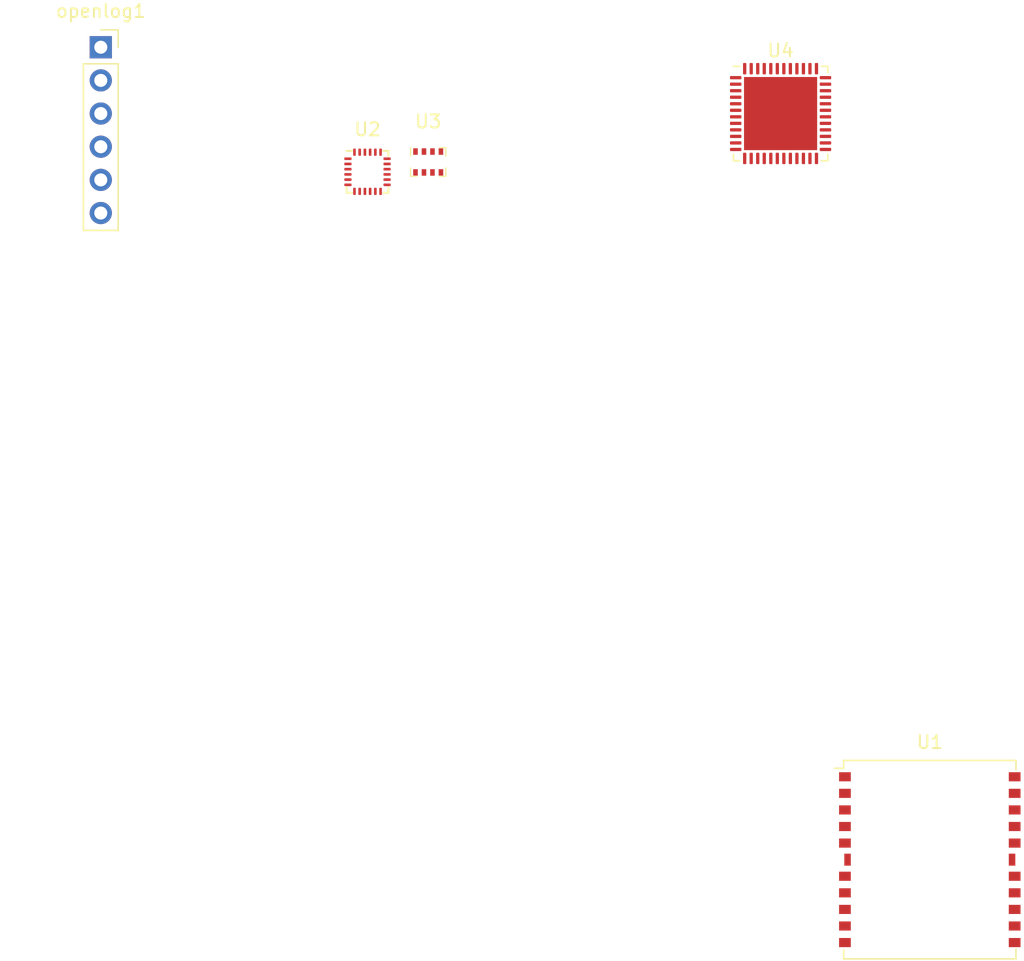
<source format=kicad_pcb>
(kicad_pcb (version 20171130) (host pcbnew "(5.1.10)-1")

  (general
    (thickness 1.6)
    (drawings 0)
    (tracks 0)
    (zones 0)
    (modules 5)
    (nets 81)
  )

  (page A4)
  (layers
    (0 F.Cu signal)
    (31 B.Cu signal)
    (32 B.Adhes user)
    (33 F.Adhes user)
    (34 B.Paste user)
    (35 F.Paste user)
    (36 B.SilkS user)
    (37 F.SilkS user)
    (38 B.Mask user)
    (39 F.Mask user)
    (40 Dwgs.User user)
    (41 Cmts.User user)
    (42 Eco1.User user)
    (43 Eco2.User user)
    (44 Edge.Cuts user)
    (45 Margin user)
    (46 B.CrtYd user)
    (47 F.CrtYd user)
    (48 B.Fab user)
    (49 F.Fab user)
  )

  (setup
    (last_trace_width 0.25)
    (trace_clearance 0.2)
    (zone_clearance 0.508)
    (zone_45_only no)
    (trace_min 0.2)
    (via_size 0.8)
    (via_drill 0.4)
    (via_min_size 0.4)
    (via_min_drill 0.3)
    (uvia_size 0.3)
    (uvia_drill 0.1)
    (uvias_allowed no)
    (uvia_min_size 0.2)
    (uvia_min_drill 0.1)
    (edge_width 0.05)
    (segment_width 0.2)
    (pcb_text_width 0.3)
    (pcb_text_size 1.5 1.5)
    (mod_edge_width 0.12)
    (mod_text_size 1 1)
    (mod_text_width 0.15)
    (pad_size 1.524 1.524)
    (pad_drill 0.762)
    (pad_to_mask_clearance 0)
    (aux_axis_origin 0 0)
    (visible_elements FFFFFF7F)
    (pcbplotparams
      (layerselection 0x010fc_ffffffff)
      (usegerberextensions false)
      (usegerberattributes true)
      (usegerberadvancedattributes true)
      (creategerberjobfile true)
      (excludeedgelayer true)
      (linewidth 0.100000)
      (plotframeref false)
      (viasonmask false)
      (mode 1)
      (useauxorigin false)
      (hpglpennumber 1)
      (hpglpenspeed 20)
      (hpglpendiameter 15.000000)
      (psnegative false)
      (psa4output false)
      (plotreference true)
      (plotvalue true)
      (plotinvisibletext false)
      (padsonsilk false)
      (subtractmaskfromsilk false)
      (outputformat 1)
      (mirror false)
      (drillshape 1)
      (scaleselection 1)
      (outputdirectory ""))
  )

  (net 0 "")
  (net 1 GND)
  (net 2 VCC)
  (net 3 "Net-(U4-Pad16)")
  (net 4 "Net-(U4-Pad17)")
  (net 5 "Net-(openlog1-Pad1)")
  (net 6 "Net-(U1-Pad11)")
  (net 7 "Net-(U1-Pad12)")
  (net 8 "Net-(U1-Pad13)")
  (net 9 "Net-(U1-Pad14)")
  (net 10 "Net-(U1-Pad15)")
  (net 11 "Net-(U1-Pad16)")
  (net 12 "Net-(U1-Pad19)")
  (net 13 "Net-(U1-Pad1)")
  (net 14 "Net-(U1-Pad2)")
  (net 15 "Net-(U1-Pad3)")
  (net 16 "Net-(U1-Pad4)")
  (net 17 "Net-(U1-Pad5)")
  (net 18 "Net-(U1-Pad6)")
  (net 19 "Net-(U1-Pad7)")
  (net 20 "Net-(U1-Pad8)")
  (net 21 "Net-(U1-Pad9)")
  (net 22 "Net-(U1-Pad10)")
  (net 23 "Net-(U2-Pad21)")
  (net 24 "Net-(U2-Pad23)")
  (net 25 "Net-(U2-Pad22)")
  (net 26 "Net-(U2-Pad20)")
  (net 27 +3V3)
  (net 28 "Net-(U2-Pad12)")
  (net 29 "Net-(U2-Pad11)")
  (net 30 "Net-(U2-Pad10)")
  (net 31 "Net-(U2-Pad9)")
  (net 32 "Net-(U2-Pad8)")
  (net 33 "Net-(U2-Pad1)")
  (net 34 "Net-(U3-Pad2)")
  (net 35 "Net-(U3-Pad7)")
  (net 36 "Net-(U3-Pad6)")
  (net 37 "Net-(U3-Pad5)")
  (net 38 "Net-(U3-Pad1)")
  (net 39 "Net-(U4-Pad48)")
  (net 40 "Net-(U4-Pad47)")
  (net 41 "Net-(U4-Pad44)")
  (net 42 "Net-(U4-Pad43)")
  (net 43 "Net-(U4-Pad42)")
  (net 44 "Net-(U4-Pad41)")
  (net 45 "Net-(U4-Pad40)")
  (net 46 "Net-(U4-Pad39)")
  (net 47 "Net-(U4-Pad38)")
  (net 48 "Net-(U4-Pad37)")
  (net 49 "Net-(U4-Pad36)")
  (net 50 "Net-(U4-Pad35)")
  (net 51 "Net-(U4-Pad34)")
  (net 52 "Net-(U4-Pad33)")
  (net 53 "Net-(U4-Pad32)")
  (net 54 "Net-(U4-Pad29)")
  (net 55 "Net-(U4-Pad28)")
  (net 56 "Net-(U4-Pad27)")
  (net 57 "Net-(U4-Pad26)")
  (net 58 "Net-(U4-Pad25)")
  (net 59 "Net-(U4-Pad24)")
  (net 60 "Net-(U4-Pad23)")
  (net 61 "Net-(U4-Pad22)")
  (net 62 "Net-(U4-Pad21)")
  (net 63 "Net-(U4-Pad20)")
  (net 64 "Net-(U4-Pad19)")
  (net 65 "Net-(U4-Pad18)")
  (net 66 "Net-(U4-Pad15)")
  (net 67 "Net-(U4-Pad14)")
  (net 68 "Net-(U4-Pad13)")
  (net 69 "Net-(U4-Pad12)")
  (net 70 "Net-(U4-Pad11)")
  (net 71 "Net-(U4-Pad10)")
  (net 72 "Net-(U4-Pad9)")
  (net 73 "Net-(U4-Pad8)")
  (net 74 "Net-(U4-Pad7)")
  (net 75 "Net-(U4-Pad6)")
  (net 76 "Net-(U4-Pad5)")
  (net 77 "Net-(U4-Pad4)")
  (net 78 "Net-(U4-Pad3)")
  (net 79 "Net-(U4-Pad2)")
  (net 80 "Net-(U4-Pad1)")

  (net_class Default "This is the default net class."
    (clearance 0.2)
    (trace_width 0.25)
    (via_dia 0.8)
    (via_drill 0.4)
    (uvia_dia 0.3)
    (uvia_drill 0.1)
    (add_net +3V3)
    (add_net GND)
    (add_net "Net-(U1-Pad1)")
    (add_net "Net-(U1-Pad10)")
    (add_net "Net-(U1-Pad11)")
    (add_net "Net-(U1-Pad12)")
    (add_net "Net-(U1-Pad13)")
    (add_net "Net-(U1-Pad14)")
    (add_net "Net-(U1-Pad15)")
    (add_net "Net-(U1-Pad16)")
    (add_net "Net-(U1-Pad19)")
    (add_net "Net-(U1-Pad2)")
    (add_net "Net-(U1-Pad3)")
    (add_net "Net-(U1-Pad4)")
    (add_net "Net-(U1-Pad5)")
    (add_net "Net-(U1-Pad6)")
    (add_net "Net-(U1-Pad7)")
    (add_net "Net-(U1-Pad8)")
    (add_net "Net-(U1-Pad9)")
    (add_net "Net-(U2-Pad1)")
    (add_net "Net-(U2-Pad10)")
    (add_net "Net-(U2-Pad11)")
    (add_net "Net-(U2-Pad12)")
    (add_net "Net-(U2-Pad20)")
    (add_net "Net-(U2-Pad21)")
    (add_net "Net-(U2-Pad22)")
    (add_net "Net-(U2-Pad23)")
    (add_net "Net-(U2-Pad8)")
    (add_net "Net-(U2-Pad9)")
    (add_net "Net-(U3-Pad1)")
    (add_net "Net-(U3-Pad2)")
    (add_net "Net-(U3-Pad5)")
    (add_net "Net-(U3-Pad6)")
    (add_net "Net-(U3-Pad7)")
    (add_net "Net-(U4-Pad1)")
    (add_net "Net-(U4-Pad10)")
    (add_net "Net-(U4-Pad11)")
    (add_net "Net-(U4-Pad12)")
    (add_net "Net-(U4-Pad13)")
    (add_net "Net-(U4-Pad14)")
    (add_net "Net-(U4-Pad15)")
    (add_net "Net-(U4-Pad16)")
    (add_net "Net-(U4-Pad17)")
    (add_net "Net-(U4-Pad18)")
    (add_net "Net-(U4-Pad19)")
    (add_net "Net-(U4-Pad2)")
    (add_net "Net-(U4-Pad20)")
    (add_net "Net-(U4-Pad21)")
    (add_net "Net-(U4-Pad22)")
    (add_net "Net-(U4-Pad23)")
    (add_net "Net-(U4-Pad24)")
    (add_net "Net-(U4-Pad25)")
    (add_net "Net-(U4-Pad26)")
    (add_net "Net-(U4-Pad27)")
    (add_net "Net-(U4-Pad28)")
    (add_net "Net-(U4-Pad29)")
    (add_net "Net-(U4-Pad3)")
    (add_net "Net-(U4-Pad32)")
    (add_net "Net-(U4-Pad33)")
    (add_net "Net-(U4-Pad34)")
    (add_net "Net-(U4-Pad35)")
    (add_net "Net-(U4-Pad36)")
    (add_net "Net-(U4-Pad37)")
    (add_net "Net-(U4-Pad38)")
    (add_net "Net-(U4-Pad39)")
    (add_net "Net-(U4-Pad4)")
    (add_net "Net-(U4-Pad40)")
    (add_net "Net-(U4-Pad41)")
    (add_net "Net-(U4-Pad42)")
    (add_net "Net-(U4-Pad43)")
    (add_net "Net-(U4-Pad44)")
    (add_net "Net-(U4-Pad47)")
    (add_net "Net-(U4-Pad48)")
    (add_net "Net-(U4-Pad5)")
    (add_net "Net-(U4-Pad6)")
    (add_net "Net-(U4-Pad7)")
    (add_net "Net-(U4-Pad8)")
    (add_net "Net-(U4-Pad9)")
    (add_net "Net-(openlog1-Pad1)")
    (add_net VCC)
  )

  (module Package_DFN_QFN:QFN-48-1EP_7x7mm_P0.5mm_EP5.6x5.6mm (layer F.Cu) (tedit 5DC5F6A5) (tstamp 6232228E)
    (at 99.06 73.66)
    (descr "QFN, 48 Pin (http://www.st.com/resource/en/datasheet/stm32f042k6.pdf#page=94), generated with kicad-footprint-generator ipc_noLead_generator.py")
    (tags "QFN NoLead")
    (path /61E923A2)
    (attr smd)
    (fp_text reference U4 (at 0 -4.82) (layer F.SilkS)
      (effects (font (size 1 1) (thickness 0.15)))
    )
    (fp_text value STM32F411CEUx (at 0 4.82) (layer F.Fab)
      (effects (font (size 1 1) (thickness 0.15)))
    )
    (fp_line (start 4.12 -4.12) (end -4.12 -4.12) (layer F.CrtYd) (width 0.05))
    (fp_line (start 4.12 4.12) (end 4.12 -4.12) (layer F.CrtYd) (width 0.05))
    (fp_line (start -4.12 4.12) (end 4.12 4.12) (layer F.CrtYd) (width 0.05))
    (fp_line (start -4.12 -4.12) (end -4.12 4.12) (layer F.CrtYd) (width 0.05))
    (fp_line (start -3.5 -2.5) (end -2.5 -3.5) (layer F.Fab) (width 0.1))
    (fp_line (start -3.5 3.5) (end -3.5 -2.5) (layer F.Fab) (width 0.1))
    (fp_line (start 3.5 3.5) (end -3.5 3.5) (layer F.Fab) (width 0.1))
    (fp_line (start 3.5 -3.5) (end 3.5 3.5) (layer F.Fab) (width 0.1))
    (fp_line (start -2.5 -3.5) (end 3.5 -3.5) (layer F.Fab) (width 0.1))
    (fp_line (start -3.135 -3.61) (end -3.61 -3.61) (layer F.SilkS) (width 0.12))
    (fp_line (start 3.61 3.61) (end 3.61 3.135) (layer F.SilkS) (width 0.12))
    (fp_line (start 3.135 3.61) (end 3.61 3.61) (layer F.SilkS) (width 0.12))
    (fp_line (start -3.61 3.61) (end -3.61 3.135) (layer F.SilkS) (width 0.12))
    (fp_line (start -3.135 3.61) (end -3.61 3.61) (layer F.SilkS) (width 0.12))
    (fp_line (start 3.61 -3.61) (end 3.61 -3.135) (layer F.SilkS) (width 0.12))
    (fp_line (start 3.135 -3.61) (end 3.61 -3.61) (layer F.SilkS) (width 0.12))
    (fp_text user %R (at 0 0) (layer F.Fab)
      (effects (font (size 1 1) (thickness 0.15)))
    )
    (pad 1 smd roundrect (at -3.4375 -2.75) (size 0.875 0.25) (layers F.Cu F.Paste F.Mask) (roundrect_rratio 0.25)
      (net 80 "Net-(U4-Pad1)"))
    (pad 2 smd roundrect (at -3.4375 -2.25) (size 0.875 0.25) (layers F.Cu F.Paste F.Mask) (roundrect_rratio 0.25)
      (net 79 "Net-(U4-Pad2)"))
    (pad 3 smd roundrect (at -3.4375 -1.75) (size 0.875 0.25) (layers F.Cu F.Paste F.Mask) (roundrect_rratio 0.25)
      (net 78 "Net-(U4-Pad3)"))
    (pad 4 smd roundrect (at -3.4375 -1.25) (size 0.875 0.25) (layers F.Cu F.Paste F.Mask) (roundrect_rratio 0.25)
      (net 77 "Net-(U4-Pad4)"))
    (pad 5 smd roundrect (at -3.4375 -0.75) (size 0.875 0.25) (layers F.Cu F.Paste F.Mask) (roundrect_rratio 0.25)
      (net 76 "Net-(U4-Pad5)"))
    (pad 6 smd roundrect (at -3.4375 -0.25) (size 0.875 0.25) (layers F.Cu F.Paste F.Mask) (roundrect_rratio 0.25)
      (net 75 "Net-(U4-Pad6)"))
    (pad 7 smd roundrect (at -3.4375 0.25) (size 0.875 0.25) (layers F.Cu F.Paste F.Mask) (roundrect_rratio 0.25)
      (net 74 "Net-(U4-Pad7)"))
    (pad 8 smd roundrect (at -3.4375 0.75) (size 0.875 0.25) (layers F.Cu F.Paste F.Mask) (roundrect_rratio 0.25)
      (net 73 "Net-(U4-Pad8)"))
    (pad 9 smd roundrect (at -3.4375 1.25) (size 0.875 0.25) (layers F.Cu F.Paste F.Mask) (roundrect_rratio 0.25)
      (net 72 "Net-(U4-Pad9)"))
    (pad 10 smd roundrect (at -3.4375 1.75) (size 0.875 0.25) (layers F.Cu F.Paste F.Mask) (roundrect_rratio 0.25)
      (net 71 "Net-(U4-Pad10)"))
    (pad 11 smd roundrect (at -3.4375 2.25) (size 0.875 0.25) (layers F.Cu F.Paste F.Mask) (roundrect_rratio 0.25)
      (net 70 "Net-(U4-Pad11)"))
    (pad 12 smd roundrect (at -3.4375 2.75) (size 0.875 0.25) (layers F.Cu F.Paste F.Mask) (roundrect_rratio 0.25)
      (net 69 "Net-(U4-Pad12)"))
    (pad 13 smd roundrect (at -2.75 3.4375) (size 0.25 0.875) (layers F.Cu F.Paste F.Mask) (roundrect_rratio 0.25)
      (net 68 "Net-(U4-Pad13)"))
    (pad 14 smd roundrect (at -2.25 3.4375) (size 0.25 0.875) (layers F.Cu F.Paste F.Mask) (roundrect_rratio 0.25)
      (net 67 "Net-(U4-Pad14)"))
    (pad 15 smd roundrect (at -1.75 3.4375) (size 0.25 0.875) (layers F.Cu F.Paste F.Mask) (roundrect_rratio 0.25)
      (net 66 "Net-(U4-Pad15)"))
    (pad 16 smd roundrect (at -1.25 3.4375) (size 0.25 0.875) (layers F.Cu F.Paste F.Mask) (roundrect_rratio 0.25)
      (net 3 "Net-(U4-Pad16)"))
    (pad 17 smd roundrect (at -0.75 3.4375) (size 0.25 0.875) (layers F.Cu F.Paste F.Mask) (roundrect_rratio 0.25)
      (net 4 "Net-(U4-Pad17)"))
    (pad 18 smd roundrect (at -0.25 3.4375) (size 0.25 0.875) (layers F.Cu F.Paste F.Mask) (roundrect_rratio 0.25)
      (net 65 "Net-(U4-Pad18)"))
    (pad 19 smd roundrect (at 0.25 3.4375) (size 0.25 0.875) (layers F.Cu F.Paste F.Mask) (roundrect_rratio 0.25)
      (net 64 "Net-(U4-Pad19)"))
    (pad 20 smd roundrect (at 0.75 3.4375) (size 0.25 0.875) (layers F.Cu F.Paste F.Mask) (roundrect_rratio 0.25)
      (net 63 "Net-(U4-Pad20)"))
    (pad 21 smd roundrect (at 1.25 3.4375) (size 0.25 0.875) (layers F.Cu F.Paste F.Mask) (roundrect_rratio 0.25)
      (net 62 "Net-(U4-Pad21)"))
    (pad 22 smd roundrect (at 1.75 3.4375) (size 0.25 0.875) (layers F.Cu F.Paste F.Mask) (roundrect_rratio 0.25)
      (net 61 "Net-(U4-Pad22)"))
    (pad 23 smd roundrect (at 2.25 3.4375) (size 0.25 0.875) (layers F.Cu F.Paste F.Mask) (roundrect_rratio 0.25)
      (net 60 "Net-(U4-Pad23)"))
    (pad 24 smd roundrect (at 2.75 3.4375) (size 0.25 0.875) (layers F.Cu F.Paste F.Mask) (roundrect_rratio 0.25)
      (net 59 "Net-(U4-Pad24)"))
    (pad 25 smd roundrect (at 3.4375 2.75) (size 0.875 0.25) (layers F.Cu F.Paste F.Mask) (roundrect_rratio 0.25)
      (net 58 "Net-(U4-Pad25)"))
    (pad 26 smd roundrect (at 3.4375 2.25) (size 0.875 0.25) (layers F.Cu F.Paste F.Mask) (roundrect_rratio 0.25)
      (net 57 "Net-(U4-Pad26)"))
    (pad 27 smd roundrect (at 3.4375 1.75) (size 0.875 0.25) (layers F.Cu F.Paste F.Mask) (roundrect_rratio 0.25)
      (net 56 "Net-(U4-Pad27)"))
    (pad 28 smd roundrect (at 3.4375 1.25) (size 0.875 0.25) (layers F.Cu F.Paste F.Mask) (roundrect_rratio 0.25)
      (net 55 "Net-(U4-Pad28)"))
    (pad 29 smd roundrect (at 3.4375 0.75) (size 0.875 0.25) (layers F.Cu F.Paste F.Mask) (roundrect_rratio 0.25)
      (net 54 "Net-(U4-Pad29)"))
    (pad 30 smd roundrect (at 3.4375 0.25) (size 0.875 0.25) (layers F.Cu F.Paste F.Mask) (roundrect_rratio 0.25)
      (net 17 "Net-(U1-Pad5)"))
    (pad 31 smd roundrect (at 3.4375 -0.25) (size 0.875 0.25) (layers F.Cu F.Paste F.Mask) (roundrect_rratio 0.25)
      (net 16 "Net-(U1-Pad4)"))
    (pad 32 smd roundrect (at 3.4375 -0.75) (size 0.875 0.25) (layers F.Cu F.Paste F.Mask) (roundrect_rratio 0.25)
      (net 53 "Net-(U4-Pad32)"))
    (pad 33 smd roundrect (at 3.4375 -1.25) (size 0.875 0.25) (layers F.Cu F.Paste F.Mask) (roundrect_rratio 0.25)
      (net 52 "Net-(U4-Pad33)"))
    (pad 34 smd roundrect (at 3.4375 -1.75) (size 0.875 0.25) (layers F.Cu F.Paste F.Mask) (roundrect_rratio 0.25)
      (net 51 "Net-(U4-Pad34)"))
    (pad 35 smd roundrect (at 3.4375 -2.25) (size 0.875 0.25) (layers F.Cu F.Paste F.Mask) (roundrect_rratio 0.25)
      (net 50 "Net-(U4-Pad35)"))
    (pad 36 smd roundrect (at 3.4375 -2.75) (size 0.875 0.25) (layers F.Cu F.Paste F.Mask) (roundrect_rratio 0.25)
      (net 49 "Net-(U4-Pad36)"))
    (pad 37 smd roundrect (at 2.75 -3.4375) (size 0.25 0.875) (layers F.Cu F.Paste F.Mask) (roundrect_rratio 0.25)
      (net 48 "Net-(U4-Pad37)"))
    (pad 38 smd roundrect (at 2.25 -3.4375) (size 0.25 0.875) (layers F.Cu F.Paste F.Mask) (roundrect_rratio 0.25)
      (net 47 "Net-(U4-Pad38)"))
    (pad 39 smd roundrect (at 1.75 -3.4375) (size 0.25 0.875) (layers F.Cu F.Paste F.Mask) (roundrect_rratio 0.25)
      (net 46 "Net-(U4-Pad39)"))
    (pad 40 smd roundrect (at 1.25 -3.4375) (size 0.25 0.875) (layers F.Cu F.Paste F.Mask) (roundrect_rratio 0.25)
      (net 45 "Net-(U4-Pad40)"))
    (pad 41 smd roundrect (at 0.75 -3.4375) (size 0.25 0.875) (layers F.Cu F.Paste F.Mask) (roundrect_rratio 0.25)
      (net 44 "Net-(U4-Pad41)"))
    (pad 42 smd roundrect (at 0.25 -3.4375) (size 0.25 0.875) (layers F.Cu F.Paste F.Mask) (roundrect_rratio 0.25)
      (net 43 "Net-(U4-Pad42)"))
    (pad 43 smd roundrect (at -0.25 -3.4375) (size 0.25 0.875) (layers F.Cu F.Paste F.Mask) (roundrect_rratio 0.25)
      (net 42 "Net-(U4-Pad43)"))
    (pad 44 smd roundrect (at -0.75 -3.4375) (size 0.25 0.875) (layers F.Cu F.Paste F.Mask) (roundrect_rratio 0.25)
      (net 41 "Net-(U4-Pad44)"))
    (pad 45 smd roundrect (at -1.25 -3.4375) (size 0.25 0.875) (layers F.Cu F.Paste F.Mask) (roundrect_rratio 0.25)
      (net 23 "Net-(U2-Pad21)"))
    (pad 46 smd roundrect (at -1.75 -3.4375) (size 0.25 0.875) (layers F.Cu F.Paste F.Mask) (roundrect_rratio 0.25)
      (net 24 "Net-(U2-Pad23)"))
    (pad 47 smd roundrect (at -2.25 -3.4375) (size 0.25 0.875) (layers F.Cu F.Paste F.Mask) (roundrect_rratio 0.25)
      (net 40 "Net-(U4-Pad47)"))
    (pad 48 smd roundrect (at -2.75 -3.4375) (size 0.25 0.875) (layers F.Cu F.Paste F.Mask) (roundrect_rratio 0.25)
      (net 39 "Net-(U4-Pad48)"))
    (pad 49 smd rect (at 0 0) (size 5.6 5.6) (layers F.Cu F.Mask)
      (net 1 GND))
    (pad "" smd roundrect (at -2.1 -2.1) (size 1.13 1.13) (layers F.Paste) (roundrect_rratio 0.221239))
    (pad "" smd roundrect (at -2.1 -0.7) (size 1.13 1.13) (layers F.Paste) (roundrect_rratio 0.221239))
    (pad "" smd roundrect (at -2.1 0.7) (size 1.13 1.13) (layers F.Paste) (roundrect_rratio 0.221239))
    (pad "" smd roundrect (at -2.1 2.1) (size 1.13 1.13) (layers F.Paste) (roundrect_rratio 0.221239))
    (pad "" smd roundrect (at -0.7 -2.1) (size 1.13 1.13) (layers F.Paste) (roundrect_rratio 0.221239))
    (pad "" smd roundrect (at -0.7 -0.7) (size 1.13 1.13) (layers F.Paste) (roundrect_rratio 0.221239))
    (pad "" smd roundrect (at -0.7 0.7) (size 1.13 1.13) (layers F.Paste) (roundrect_rratio 0.221239))
    (pad "" smd roundrect (at -0.7 2.1) (size 1.13 1.13) (layers F.Paste) (roundrect_rratio 0.221239))
    (pad "" smd roundrect (at 0.7 -2.1) (size 1.13 1.13) (layers F.Paste) (roundrect_rratio 0.221239))
    (pad "" smd roundrect (at 0.7 -0.7) (size 1.13 1.13) (layers F.Paste) (roundrect_rratio 0.221239))
    (pad "" smd roundrect (at 0.7 0.7) (size 1.13 1.13) (layers F.Paste) (roundrect_rratio 0.221239))
    (pad "" smd roundrect (at 0.7 2.1) (size 1.13 1.13) (layers F.Paste) (roundrect_rratio 0.221239))
    (pad "" smd roundrect (at 2.1 -2.1) (size 1.13 1.13) (layers F.Paste) (roundrect_rratio 0.221239))
    (pad "" smd roundrect (at 2.1 -0.7) (size 1.13 1.13) (layers F.Paste) (roundrect_rratio 0.221239))
    (pad "" smd roundrect (at 2.1 0.7) (size 1.13 1.13) (layers F.Paste) (roundrect_rratio 0.221239))
    (pad "" smd roundrect (at 2.1 2.1) (size 1.13 1.13) (layers F.Paste) (roundrect_rratio 0.221239))
    (model ${KISYS3DMOD}/Package_DFN_QFN.3dshapes/QFN-48-1EP_7x7mm_P0.5mm_EP5.6x5.6mm.wrl
      (at (xyz 0 0 0))
      (scale (xyz 1 1 1))
      (rotate (xyz 0 0 0))
    )
  )

  (module Package_LGA:Bosch_LGA-8_2x2.5mm_P0.65mm_ClockwisePinNumbering (layer F.Cu) (tedit 5A2F92D2) (tstamp 62322733)
    (at 72.07 77.37)
    (descr "LGA-8, https://ae-bst.resource.bosch.com/media/_tech/media/datasheets/BST-BMP280-DS001-18.pdf")
    (tags "lga land grid array")
    (path /61B10E58)
    (attr smd)
    (fp_text reference U3 (at 0 -3.1) (layer F.SilkS)
      (effects (font (size 1 1) (thickness 0.15)))
    )
    (fp_text value BMP280 (at 0 3.1) (layer F.Fab)
      (effects (font (size 1 1) (thickness 0.15)))
    )
    (fp_text user %R (at 0 0) (layer F.Fab)
      (effects (font (size 0.5 0.5) (thickness 0.075)))
    )
    (fp_line (start -1.35 1.1) (end -0.87 1.1) (layer F.SilkS) (width 0.1))
    (fp_line (start -1.55 -1.3) (end 1.55 -1.3) (layer F.CrtYd) (width 0.05))
    (fp_line (start 1.55 -1.3) (end 1.55 1.3) (layer F.CrtYd) (width 0.05))
    (fp_line (start 1.55 1.3) (end -1.55 1.3) (layer F.CrtYd) (width 0.05))
    (fp_line (start -1.55 1.3) (end -1.55 -1.3) (layer F.CrtYd) (width 0.05))
    (fp_line (start -1.25 1) (end 1.25 1) (layer F.Fab) (width 0.1))
    (fp_line (start 1.25 -1) (end 1.25 1) (layer F.Fab) (width 0.1))
    (fp_line (start 1.25 -1) (end -1 -1) (layer F.Fab) (width 0.1))
    (fp_line (start -1 -1) (end -1.25 -0.75) (layer F.Fab) (width 0.1))
    (fp_line (start -1.25 1) (end -1.25 -0.75) (layer F.Fab) (width 0.1))
    (fp_line (start 0.87 1.1) (end 1.35 1.1) (layer F.SilkS) (width 0.1))
    (fp_line (start 1.35 1.1) (end 1.35 0.46) (layer F.SilkS) (width 0.1))
    (fp_line (start -1.35 1.1) (end -1.35 0.46) (layer F.SilkS) (width 0.1))
    (fp_line (start 1.35 -0.46) (end 1.35 -1.1) (layer F.SilkS) (width 0.1))
    (fp_line (start 0.87 -1.1) (end 1.35 -1.1) (layer F.SilkS) (width 0.1))
    (fp_line (start -1.35 -0.46) (end -1.35 -1.1) (layer F.SilkS) (width 0.1))
    (pad 8 smd rect (at -0.975 0.8 90) (size 0.5 0.35) (layers F.Cu F.Paste F.Mask)
      (net 27 +3V3))
    (pad 2 smd rect (at -0.325 -0.8 90) (size 0.5 0.35) (layers F.Cu F.Paste F.Mask)
      (net 34 "Net-(U3-Pad2)"))
    (pad 3 smd rect (at 0.325 -0.8 90) (size 0.5 0.35) (layers F.Cu F.Paste F.Mask)
      (net 24 "Net-(U2-Pad23)"))
    (pad 4 smd rect (at 0.975 -0.8 90) (size 0.5 0.35) (layers F.Cu F.Paste F.Mask)
      (net 23 "Net-(U2-Pad21)"))
    (pad 7 smd rect (at -0.325 0.8 90) (size 0.5 0.35) (layers F.Cu F.Paste F.Mask)
      (net 35 "Net-(U3-Pad7)"))
    (pad 6 smd rect (at 0.325 0.8 90) (size 0.5 0.35) (layers F.Cu F.Paste F.Mask)
      (net 36 "Net-(U3-Pad6)"))
    (pad 5 smd rect (at 0.975 0.8 90) (size 0.5 0.35) (layers F.Cu F.Paste F.Mask)
      (net 37 "Net-(U3-Pad5)"))
    (pad 1 smd rect (at -0.975 -0.8 90) (size 0.5 0.35) (layers F.Cu F.Paste F.Mask)
      (net 38 "Net-(U3-Pad1)"))
    (model ${KISYS3DMOD}/Package_LGA.3dshapes/Bosch_LGA-8_2x2.5mm_P0.65mm_ClockwisePinNumbering.wrl
      (at (xyz 0 0 0))
      (scale (xyz 1 1 1))
      (rotate (xyz 0 0 0))
    )
  )

  (module Sensor_Motion:InvenSense_QFN-24_3x3mm_P0.4mm (layer F.Cu) (tedit 5B5A6A65) (tstamp 6232221B)
    (at 67.42 78.12)
    (descr "24-Lead Plastic QFN (3mm x 3mm); Pitch 0.4mm; EP 1.7x1.54mm; for InvenSense motion sensors; keepout area marked (Package see: https://store.invensense.com/datasheets/invensense/MPU9250REV1.0.pdf; See also https://www.invensense.com/wp-content/uploads/2015/02/InvenSense-MEMS-Handling.pdf)")
    (tags "QFN 0.4")
    (path /61B0E4D1)
    (attr smd)
    (fp_text reference U2 (at 0 -3.25) (layer F.SilkS)
      (effects (font (size 1 1) (thickness 0.15)))
    )
    (fp_text value MPU-9250 (at 0 3.25) (layer F.Fab)
      (effects (font (size 1 1) (thickness 0.15)))
    )
    (fp_text user Component (at 0 0.55) (layer Cmts.User)
      (effects (font (size 0.2 0.2) (thickness 0.04)))
    )
    (fp_text user "Directly Below" (at 0 0.25) (layer Cmts.User)
      (effects (font (size 0.2 0.2) (thickness 0.04)))
    )
    (fp_text user "No Copper" (at 0 -0.1) (layer Cmts.User)
      (effects (font (size 0.2 0.2) (thickness 0.04)))
    )
    (fp_text user KEEPOUT (at 0 -0.5) (layer Cmts.User)
      (effects (font (size 0.2 0.2) (thickness 0.04)))
    )
    (fp_text user %R (at 0 0) (layer F.Fab)
      (effects (font (size 0.7 0.7) (thickness 0.105)))
    )
    (fp_line (start -0.5 -1.5) (end 1.5 -1.5) (layer F.Fab) (width 0.15))
    (fp_line (start 1.5 -1.5) (end 1.5 1.5) (layer F.Fab) (width 0.15))
    (fp_line (start 1.5 1.5) (end -1.5 1.5) (layer F.Fab) (width 0.15))
    (fp_line (start -1.5 1.5) (end -1.5 -0.5) (layer F.Fab) (width 0.15))
    (fp_line (start -1.5 -0.5) (end -0.5 -1.5) (layer F.Fab) (width 0.15))
    (fp_line (start 2.05 -2.05) (end 2.05 2.05) (layer F.CrtYd) (width 0.05))
    (fp_line (start 2.05 2.05) (end -2.05 2.05) (layer F.CrtYd) (width 0.05))
    (fp_line (start -2.05 2.05) (end -2.05 -2.05) (layer F.CrtYd) (width 0.05))
    (fp_line (start -2.05 -2.05) (end 2.05 -2.05) (layer F.CrtYd) (width 0.05))
    (fp_line (start -1.6 1.6) (end -1.6 1.2) (layer F.SilkS) (width 0.15))
    (fp_line (start -1.6 1.6) (end -1.2 1.6) (layer F.SilkS) (width 0.15))
    (fp_line (start 1.6 1.6) (end 1.6 1.2) (layer F.SilkS) (width 0.15))
    (fp_line (start 1.6 1.6) (end 1.2 1.6) (layer F.SilkS) (width 0.15))
    (fp_line (start 1.6 -1.6) (end 1.6 -1.2) (layer F.SilkS) (width 0.15))
    (fp_line (start 1.6 -1.6) (end 1.2 -1.6) (layer F.SilkS) (width 0.15))
    (fp_line (start -1.6 -1.6) (end -1.2 -1.6) (layer F.SilkS) (width 0.15))
    (fp_line (start -0.875 -0.795) (end 0.875 -0.795) (layer Dwgs.User) (width 0.05))
    (fp_line (start -0.875 -0.795) (end -0.875 0.795) (layer Dwgs.User) (width 0.05))
    (fp_line (start -0.875 0.795) (end 0.875 0.795) (layer Dwgs.User) (width 0.05))
    (fp_line (start 0.875 -0.795) (end 0.875 0.795) (layer Dwgs.User) (width 0.05))
    (fp_line (start 0.875 0.295) (end 0.375 0.795) (layer Dwgs.User) (width 0.05))
    (fp_line (start 0.875 -0.205) (end -0.125 0.795) (layer Dwgs.User) (width 0.05))
    (fp_line (start 0.875 -0.705) (end -0.625 0.795) (layer Dwgs.User) (width 0.05))
    (fp_line (start 0.465 -0.795) (end -0.875 0.545) (layer Dwgs.User) (width 0.05))
    (fp_line (start -0.035 -0.795) (end -0.875 0.045) (layer Dwgs.User) (width 0.05))
    (fp_line (start -0.535 -0.795) (end -0.875 -0.455) (layer Dwgs.User) (width 0.05))
    (pad 24 smd roundrect (at -1 -1.5 90) (size 0.55 0.2) (layers F.Cu F.Paste F.Mask) (roundrect_rratio 0.25)
      (net 23 "Net-(U2-Pad21)"))
    (pad 23 smd roundrect (at -0.6 -1.5 90) (size 0.55 0.2) (layers F.Cu F.Paste F.Mask) (roundrect_rratio 0.25)
      (net 24 "Net-(U2-Pad23)"))
    (pad 22 smd roundrect (at -0.2 -1.5 90) (size 0.55 0.2) (layers F.Cu F.Paste F.Mask) (roundrect_rratio 0.25)
      (net 25 "Net-(U2-Pad22)"))
    (pad 21 smd roundrect (at 0.2 -1.5 90) (size 0.55 0.2) (layers F.Cu F.Paste F.Mask) (roundrect_rratio 0.25)
      (net 23 "Net-(U2-Pad21)"))
    (pad 20 smd roundrect (at 0.6 -1.5 90) (size 0.55 0.2) (layers F.Cu F.Paste F.Mask) (roundrect_rratio 0.25)
      (net 26 "Net-(U2-Pad20)"))
    (pad 19 smd roundrect (at 1 -1.5 90) (size 0.55 0.2) (layers F.Cu F.Paste F.Mask) (roundrect_rratio 0.25))
    (pad 18 smd roundrect (at 1.5 -1) (size 0.55 0.2) (layers F.Cu F.Paste F.Mask) (roundrect_rratio 0.25)
      (net 1 GND))
    (pad 17 smd roundrect (at 1.5 -0.6) (size 0.55 0.2) (layers F.Cu F.Paste F.Mask) (roundrect_rratio 0.25))
    (pad 16 smd roundrect (at 1.5 -0.2) (size 0.55 0.2) (layers F.Cu F.Paste F.Mask) (roundrect_rratio 0.25))
    (pad 15 smd roundrect (at 1.5 0.2) (size 0.55 0.2) (layers F.Cu F.Paste F.Mask) (roundrect_rratio 0.25))
    (pad 14 smd roundrect (at 1.5 0.6) (size 0.55 0.2) (layers F.Cu F.Paste F.Mask) (roundrect_rratio 0.25))
    (pad 13 smd roundrect (at 1.5 1) (size 0.55 0.2) (layers F.Cu F.Paste F.Mask) (roundrect_rratio 0.25)
      (net 27 +3V3))
    (pad 12 smd roundrect (at 1 1.5 90) (size 0.55 0.2) (layers F.Cu F.Paste F.Mask) (roundrect_rratio 0.25)
      (net 28 "Net-(U2-Pad12)"))
    (pad 11 smd roundrect (at 0.6 1.5 90) (size 0.55 0.2) (layers F.Cu F.Paste F.Mask) (roundrect_rratio 0.25)
      (net 29 "Net-(U2-Pad11)"))
    (pad 10 smd roundrect (at 0.2 1.5 90) (size 0.55 0.2) (layers F.Cu F.Paste F.Mask) (roundrect_rratio 0.25)
      (net 30 "Net-(U2-Pad10)"))
    (pad 9 smd roundrect (at -0.2 1.5 90) (size 0.55 0.2) (layers F.Cu F.Paste F.Mask) (roundrect_rratio 0.25)
      (net 31 "Net-(U2-Pad9)"))
    (pad 8 smd roundrect (at -0.6 1.5 90) (size 0.55 0.2) (layers F.Cu F.Paste F.Mask) (roundrect_rratio 0.25)
      (net 32 "Net-(U2-Pad8)"))
    (pad 7 smd roundrect (at -1 1.5 90) (size 0.55 0.2) (layers F.Cu F.Paste F.Mask) (roundrect_rratio 0.25)
      (net 24 "Net-(U2-Pad23)"))
    (pad 6 smd roundrect (at -1.5 1) (size 0.55 0.2) (layers F.Cu F.Paste F.Mask) (roundrect_rratio 0.25))
    (pad 5 smd roundrect (at -1.5 0.6) (size 0.55 0.2) (layers F.Cu F.Paste F.Mask) (roundrect_rratio 0.25))
    (pad 4 smd roundrect (at -1.5 0.2) (size 0.55 0.2) (layers F.Cu F.Paste F.Mask) (roundrect_rratio 0.25))
    (pad 3 smd roundrect (at -1.5 -0.2) (size 0.55 0.2) (layers F.Cu F.Paste F.Mask) (roundrect_rratio 0.25))
    (pad 2 smd roundrect (at -1.5 -0.6) (size 0.55 0.2) (layers F.Cu F.Paste F.Mask) (roundrect_rratio 0.25))
    (pad 1 smd roundrect (at -1.5 -1) (size 0.55 0.2) (layers F.Cu F.Paste F.Mask) (roundrect_rratio 0.25)
      (net 33 "Net-(U2-Pad1)"))
    (model ${KISYS3DMOD}/Package_DFN_QFN.3dshapes/QFN-24_3x3mm_P0.4mm_EP1.7x1.54mm.wrl
      (at (xyz 0 0 0))
      (scale (xyz 1 1 1))
      (rotate (xyz 0 0 0))
    )
  )

  (module RF_GPS:Linx_RXM-GPS (layer F.Cu) (tedit 5C292B4D) (tstamp 623221E0)
    (at 110.49 130.81)
    (descr "GPS Module, Linx")
    (tags "gps linx")
    (path /61B11E32)
    (attr smd)
    (fp_text reference U1 (at 0 -9) (layer F.SilkS)
      (effects (font (size 1 1) (thickness 0.15)))
    )
    (fp_text value RXM-GPS-FM (at 0 -3) (layer F.Fab)
      (effects (font (size 1 1) (thickness 0.15)))
    )
    (fp_text user "Only GND" (at 0.04 5.31) (layer Cmts.User)
      (effects (font (size 0.8 0.8) (thickness 0.1)))
    )
    (fp_text user %R (at 0 0) (layer F.Fab)
      (effects (font (size 1 1) (thickness 0.1)))
    )
    (fp_text user "Keepout Area" (at 0 -6.44) (layer Cmts.User)
      (effects (font (size 1 1) (thickness 0.1)))
    )
    (fp_text user "on the other side" (at 0.02 6.74) (layer Cmts.User)
      (effects (font (size 0.8 0.8) (thickness 0.1)))
    )
    (fp_line (start -7.2 7.75) (end 7.2 -7.75) (layer Dwgs.User) (width 0.05))
    (fp_line (start -7.2 -7.75) (end 7.2 7.75) (layer Dwgs.User) (width 0.05))
    (fp_line (start 7.2 7.75) (end 7.2 -7.75) (layer F.CrtYd) (width 0.05))
    (fp_line (start -7.2 7.75) (end 7.2 7.75) (layer F.CrtYd) (width 0.05))
    (fp_line (start -7.2 -7.75) (end -7.2 7.75) (layer F.CrtYd) (width 0.05))
    (fp_line (start -7.2 -7.75) (end 7.2 -7.75) (layer F.CrtYd) (width 0.05))
    (fp_line (start -5.23 -7.5) (end -6.5 -6.23) (layer F.Fab) (width 0.1))
    (fp_line (start 6.6 7.6) (end 6.6 6.85) (layer F.SilkS) (width 0.12))
    (fp_line (start -6.6 7.6) (end 6.6 7.6) (layer F.SilkS) (width 0.12))
    (fp_line (start -6.6 6.95) (end -6.6 7.6) (layer F.SilkS) (width 0.12))
    (fp_line (start 6.6 -7.6) (end 6.6 -6.9) (layer F.SilkS) (width 0.12))
    (fp_line (start -6.6 -7.6) (end 6.6 -7.6) (layer F.SilkS) (width 0.12))
    (fp_line (start -6.6 -7) (end -6.6 -7.6) (layer F.SilkS) (width 0.12))
    (fp_line (start -6.6 -7) (end -7.3 -7) (layer F.SilkS) (width 0.12))
    (fp_line (start 6.5 -7.5) (end -5.23 -7.5) (layer F.Fab) (width 0.1))
    (fp_line (start 6.5 7.5) (end 6.5 -7.5) (layer F.Fab) (width 0.1))
    (fp_line (start -6.5 7.5) (end 6.5 7.5) (layer F.Fab) (width 0.1))
    (fp_line (start -6.5 -6.23) (end -6.5 7.5) (layer F.Fab) (width 0.1))
    (pad 11 smd rect (at 6.5 6.35 90) (size 0.7 0.9) (layers F.Cu F.Paste F.Mask)
      (net 6 "Net-(U1-Pad11)"))
    (pad 12 smd rect (at 6.5 5.08 90) (size 0.7 0.9) (layers F.Cu F.Paste F.Mask)
      (net 7 "Net-(U1-Pad12)"))
    (pad 13 smd rect (at 6.5 3.81 90) (size 0.7 0.9) (layers F.Cu F.Paste F.Mask)
      (net 8 "Net-(U1-Pad13)"))
    (pad 14 smd rect (at 6.5 2.54 90) (size 0.7 0.9) (layers F.Cu F.Paste F.Mask)
      (net 9 "Net-(U1-Pad14)"))
    (pad 15 smd rect (at 6.5 1.27 90) (size 0.7 0.9) (layers F.Cu F.Paste F.Mask)
      (net 10 "Net-(U1-Pad15)"))
    (pad 22 smd rect (at 6.3 0 90) (size 0.92 0.5) (layers F.Cu F.Paste F.Mask)
      (net 1 GND))
    (pad 16 smd rect (at 6.5 -1.27 90) (size 0.7 0.9) (layers F.Cu F.Paste F.Mask)
      (net 11 "Net-(U1-Pad16)"))
    (pad 17 smd rect (at 6.5 -2.54 90) (size 0.7 0.9) (layers F.Cu F.Paste F.Mask))
    (pad 18 smd rect (at 6.5 -3.81 90) (size 0.7 0.9) (layers F.Cu F.Paste F.Mask)
      (net 1 GND))
    (pad 19 smd rect (at 6.5 -5.08 90) (size 0.7 0.9) (layers F.Cu F.Paste F.Mask)
      (net 12 "Net-(U1-Pad19)"))
    (pad 20 smd rect (at 6.5 -6.35 90) (size 0.7 0.9) (layers F.Cu F.Paste F.Mask)
      (net 1 GND))
    (pad 1 smd rect (at -6.5 -6.35 90) (size 0.7 0.9) (layers F.Cu F.Paste F.Mask)
      (net 13 "Net-(U1-Pad1)"))
    (pad 2 smd rect (at -6.5 -5.08 90) (size 0.7 0.9) (layers F.Cu F.Paste F.Mask)
      (net 14 "Net-(U1-Pad2)"))
    (pad 3 smd rect (at -6.5 -3.81 90) (size 0.7 0.9) (layers F.Cu F.Paste F.Mask)
      (net 15 "Net-(U1-Pad3)"))
    (pad 4 smd rect (at -6.5 -2.54 90) (size 0.7 0.9) (layers F.Cu F.Paste F.Mask)
      (net 16 "Net-(U1-Pad4)"))
    (pad 5 smd rect (at -6.5 -1.27 90) (size 0.7 0.9) (layers F.Cu F.Paste F.Mask)
      (net 17 "Net-(U1-Pad5)"))
    (pad 21 smd rect (at -6.3 0 90) (size 0.92 0.5) (layers F.Cu F.Paste F.Mask)
      (net 1 GND))
    (pad 6 smd rect (at -6.5 1.27 90) (size 0.7 0.9) (layers F.Cu F.Paste F.Mask)
      (net 18 "Net-(U1-Pad6)"))
    (pad 7 smd rect (at -6.5 2.54 90) (size 0.7 0.9) (layers F.Cu F.Paste F.Mask)
      (net 19 "Net-(U1-Pad7)"))
    (pad 8 smd rect (at -6.5 3.81 90) (size 0.7 0.9) (layers F.Cu F.Paste F.Mask)
      (net 20 "Net-(U1-Pad8)"))
    (pad 9 smd rect (at -6.5 5.08 90) (size 0.7 0.9) (layers F.Cu F.Paste F.Mask)
      (net 21 "Net-(U1-Pad9)"))
    (pad 10 smd rect (at -6.5 6.35 90) (size 0.7 0.9) (layers F.Cu F.Paste F.Mask)
      (net 22 "Net-(U1-Pad10)"))
    (model ${KISYS3DMOD}/RF_GPS.3dshapes/Linx_RXM-GPS.wrl
      (at (xyz 0 0 0))
      (scale (xyz 1 1 1))
      (rotate (xyz 0 0 0))
    )
  )

  (module Connector_PinSocket_2.54mm:PinSocket_1x06_P2.54mm_Vertical (layer F.Cu) (tedit 5A19A430) (tstamp 623221B0)
    (at 46.99 68.58)
    (descr "Through hole straight socket strip, 1x06, 2.54mm pitch, single row (from Kicad 4.0.7), script generated")
    (tags "Through hole socket strip THT 1x06 2.54mm single row")
    (path /6232547F)
    (fp_text reference openlog1 (at 0 -2.77) (layer F.SilkS)
      (effects (font (size 1 1) (thickness 0.15)))
    )
    (fp_text value Conn_01x06_Female (at 0 15.47) (layer F.Fab)
      (effects (font (size 1 1) (thickness 0.15)))
    )
    (fp_text user %R (at 0 6.35 90) (layer F.Fab)
      (effects (font (size 1 1) (thickness 0.15)))
    )
    (fp_line (start -1.27 -1.27) (end 0.635 -1.27) (layer F.Fab) (width 0.1))
    (fp_line (start 0.635 -1.27) (end 1.27 -0.635) (layer F.Fab) (width 0.1))
    (fp_line (start 1.27 -0.635) (end 1.27 13.97) (layer F.Fab) (width 0.1))
    (fp_line (start 1.27 13.97) (end -1.27 13.97) (layer F.Fab) (width 0.1))
    (fp_line (start -1.27 13.97) (end -1.27 -1.27) (layer F.Fab) (width 0.1))
    (fp_line (start -1.33 1.27) (end 1.33 1.27) (layer F.SilkS) (width 0.12))
    (fp_line (start -1.33 1.27) (end -1.33 14.03) (layer F.SilkS) (width 0.12))
    (fp_line (start -1.33 14.03) (end 1.33 14.03) (layer F.SilkS) (width 0.12))
    (fp_line (start 1.33 1.27) (end 1.33 14.03) (layer F.SilkS) (width 0.12))
    (fp_line (start 1.33 -1.33) (end 1.33 0) (layer F.SilkS) (width 0.12))
    (fp_line (start 0 -1.33) (end 1.33 -1.33) (layer F.SilkS) (width 0.12))
    (fp_line (start -1.8 -1.8) (end 1.75 -1.8) (layer F.CrtYd) (width 0.05))
    (fp_line (start 1.75 -1.8) (end 1.75 14.45) (layer F.CrtYd) (width 0.05))
    (fp_line (start 1.75 14.45) (end -1.8 14.45) (layer F.CrtYd) (width 0.05))
    (fp_line (start -1.8 14.45) (end -1.8 -1.8) (layer F.CrtYd) (width 0.05))
    (pad 6 thru_hole oval (at 0 12.7) (size 1.7 1.7) (drill 1) (layers *.Cu *.Mask)
      (net 1 GND))
    (pad 5 thru_hole oval (at 0 10.16) (size 1.7 1.7) (drill 1) (layers *.Cu *.Mask)
      (net 1 GND))
    (pad 4 thru_hole oval (at 0 7.62) (size 1.7 1.7) (drill 1) (layers *.Cu *.Mask)
      (net 2 VCC))
    (pad 3 thru_hole oval (at 0 5.08) (size 1.7 1.7) (drill 1) (layers *.Cu *.Mask)
      (net 3 "Net-(U4-Pad16)"))
    (pad 2 thru_hole oval (at 0 2.54) (size 1.7 1.7) (drill 1) (layers *.Cu *.Mask)
      (net 4 "Net-(U4-Pad17)"))
    (pad 1 thru_hole rect (at 0 0) (size 1.7 1.7) (drill 1) (layers *.Cu *.Mask)
      (net 5 "Net-(openlog1-Pad1)"))
    (model ${KISYS3DMOD}/Connector_PinSocket_2.54mm.3dshapes/PinSocket_1x06_P2.54mm_Vertical.wrl
      (at (xyz 0 0 0))
      (scale (xyz 1 1 1))
      (rotate (xyz 0 0 0))
    )
  )

)

</source>
